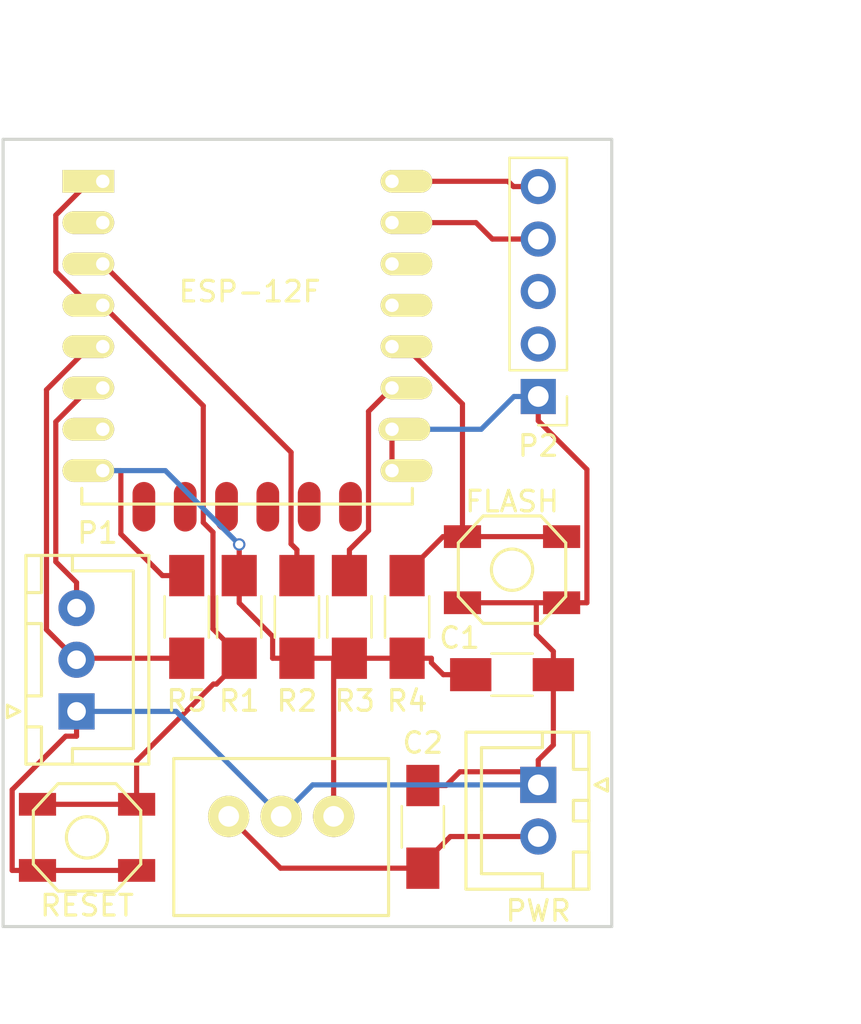
<source format=kicad_pcb>
(kicad_pcb (version 20171130) (host pcbnew "(5.1.12)-1")

  (general
    (thickness 1.6)
    (drawings 6)
    (tracks 111)
    (zones 0)
    (modules 14)
    (nets 12)
  )

  (page A4)
  (title_block
    (title "External DS18B20 temperature sensor")
    (date 2017-02-23)
    (rev 1.0)
    (company "Solderpad Hardware License version 0.51")
    (comment 1 "Contact: alanslists@gmail.com")
    (comment 2 "Author: Alan Lord")
  )

  (layers
    (0 F.Cu signal)
    (31 B.Cu signal)
    (32 B.Adhes user)
    (33 F.Adhes user)
    (34 B.Paste user)
    (35 F.Paste user)
    (36 B.SilkS user)
    (37 F.SilkS user)
    (38 B.Mask user)
    (39 F.Mask user)
    (40 Dwgs.User user)
    (41 Cmts.User user)
    (42 Eco1.User user)
    (43 Eco2.User user)
    (44 Edge.Cuts user)
    (45 Margin user)
    (46 B.CrtYd user)
    (47 F.CrtYd user)
    (48 B.Fab user)
    (49 F.Fab user)
  )

  (setup
    (last_trace_width 0.25)
    (trace_clearance 0.2)
    (zone_clearance 0.508)
    (zone_45_only no)
    (trace_min 0.2)
    (via_size 0.6)
    (via_drill 0.4)
    (via_min_size 0.4)
    (via_min_drill 0.3)
    (uvia_size 0.3)
    (uvia_drill 0.1)
    (uvias_allowed no)
    (uvia_min_size 0.2)
    (uvia_min_drill 0.1)
    (edge_width 0.15)
    (segment_width 0.2)
    (pcb_text_width 0.3)
    (pcb_text_size 1.5 1.5)
    (mod_edge_width 0.15)
    (mod_text_size 1 1)
    (mod_text_width 0.15)
    (pad_size 1.524 1.524)
    (pad_drill 0.762)
    (pad_to_mask_clearance 0.2)
    (aux_axis_origin 0 0)
    (visible_elements 7FFFFFFF)
    (pcbplotparams
      (layerselection 0x00030_80000001)
      (usegerberextensions false)
      (usegerberattributes true)
      (usegerberadvancedattributes true)
      (creategerberjobfile true)
      (excludeedgelayer true)
      (linewidth 0.100000)
      (plotframeref false)
      (viasonmask false)
      (mode 1)
      (useauxorigin false)
      (hpglpennumber 1)
      (hpglpenspeed 20)
      (hpglpendiameter 15.000000)
      (psnegative false)
      (psa4output false)
      (plotreference true)
      (plotvalue true)
      (plotinvisibletext false)
      (padsonsilk false)
      (subtractmaskfromsilk false)
      (outputformat 1)
      (mirror false)
      (drillshape 1)
      (scaleselection 1)
      (outputdirectory ""))
  )

  (net 0 "")
  (net 1 VCC)
  (net 2 GND)
  (net 3 "Net-(C2-Pad1)")
  (net 4 /RX)
  (net 5 /TX)
  (net 6 /RESET)
  (net 7 /CH_EN)
  (net 8 "Net-(R3-Pad2)")
  (net 9 /FLASH)
  (net 10 /DS18B20_DQ)
  (net 11 /DS18B20_PWR)

  (net_class Default "This is the default net class."
    (clearance 0.2)
    (trace_width 0.25)
    (via_dia 0.6)
    (via_drill 0.4)
    (uvia_dia 0.3)
    (uvia_drill 0.1)
    (add_net /CH_EN)
    (add_net /DS18B20_DQ)
    (add_net /DS18B20_PWR)
    (add_net /FLASH)
    (add_net /RESET)
    (add_net /RX)
    (add_net /TX)
    (add_net GND)
    (add_net "Net-(C2-Pad1)")
    (add_net "Net-(R3-Pad2)")
    (add_net VCC)
  )

  (module my-pcblib:OKI-78SR (layer F.Cu) (tedit 58AF1912) (tstamp 58B30898)
    (at 158.75 113.538)
    (path /58AC9C2F)
    (fp_text reference U2 (at 0 6.096) (layer F.SilkS) hide
      (effects (font (size 1.5 1.5) (thickness 0.15)))
    )
    (fp_text value OKI-78SR (at 0 -3.683 90) (layer F.SilkS) hide
      (effects (font (size 1.5 1.5) (thickness 0.15)))
    )
    (fp_line (start 5.2 -2.8) (end -5.2 -2.8) (layer F.SilkS) (width 0.15))
    (fp_line (start 5.2 4.8) (end 5.2 -2.8) (layer F.SilkS) (width 0.15))
    (fp_line (start -5.2 4.8) (end 5.2 4.8) (layer F.SilkS) (width 0.15))
    (fp_line (start -5.2 -2.8) (end -5.2 4.8) (layer F.SilkS) (width 0.15))
    (pad 1 thru_hole circle (at -2.54 0) (size 2 2) (drill 1) (layers *.Cu *.Mask F.SilkS)
      (net 3 "Net-(C2-Pad1)"))
    (pad 2 thru_hole circle (at 0 0) (size 2 2) (drill 1) (layers *.Cu *.Mask F.SilkS)
      (net 2 GND))
    (pad 3 thru_hole circle (at 2.54 0) (size 2 2) (drill 1) (layers *.Cu *.Mask F.SilkS)
      (net 1 VCC))
  )

  (module Capacitors_SMD:C_1206_HandSoldering (layer F.Cu) (tedit 58AF1D86) (tstamp 58B30833)
    (at 169.926 106.68)
    (descr "Capacitor SMD 1206, hand soldering")
    (tags "capacitor 1206")
    (path /58ACB5EE)
    (attr smd)
    (fp_text reference C1 (at -2.54 -1.778 180) (layer F.SilkS)
      (effects (font (size 1 1) (thickness 0.15)))
    )
    (fp_text value 10uF (at 0 2) (layer F.Fab) hide
      (effects (font (size 1 1) (thickness 0.15)))
    )
    (fp_line (start 3.25 1.05) (end -3.25 1.05) (layer F.CrtYd) (width 0.05))
    (fp_line (start 3.25 1.05) (end 3.25 -1.05) (layer F.CrtYd) (width 0.05))
    (fp_line (start -3.25 -1.05) (end -3.25 1.05) (layer F.CrtYd) (width 0.05))
    (fp_line (start -3.25 -1.05) (end 3.25 -1.05) (layer F.CrtYd) (width 0.05))
    (fp_line (start -1 1.02) (end 1 1.02) (layer F.SilkS) (width 0.12))
    (fp_line (start 1 -1.02) (end -1 -1.02) (layer F.SilkS) (width 0.12))
    (fp_line (start -1.6 -0.8) (end 1.6 -0.8) (layer F.Fab) (width 0.1))
    (fp_line (start 1.6 -0.8) (end 1.6 0.8) (layer F.Fab) (width 0.1))
    (fp_line (start 1.6 0.8) (end -1.6 0.8) (layer F.Fab) (width 0.1))
    (fp_line (start -1.6 0.8) (end -1.6 -0.8) (layer F.Fab) (width 0.1))
    (fp_text user %R (at 0 -1.75) (layer F.Fab) hide
      (effects (font (size 1 1) (thickness 0.15)))
    )
    (pad 1 smd rect (at -2 0) (size 2 1.6) (layers F.Cu F.Paste F.Mask)
      (net 1 VCC))
    (pad 2 smd rect (at 2 0) (size 2 1.6) (layers F.Cu F.Paste F.Mask)
      (net 2 GND))
    (model Capacitors_SMD.3dshapes/C_1206.wrl
      (at (xyz 0 0 0))
      (scale (xyz 1 1 1))
      (rotate (xyz 0 0 0))
    )
  )

  (module Capacitors_SMD:C_1206_HandSoldering (layer F.Cu) (tedit 58AF1907) (tstamp 58B30839)
    (at 165.608 114.046 90)
    (descr "Capacitor SMD 1206, hand soldering")
    (tags "capacitor 1206")
    (path /58ACB957)
    (attr smd)
    (fp_text reference C2 (at 4.064 0 180) (layer F.SilkS)
      (effects (font (size 1 1) (thickness 0.15)))
    )
    (fp_text value 10uF (at 0 2 90) (layer F.Fab) hide
      (effects (font (size 1 1) (thickness 0.15)))
    )
    (fp_line (start 3.25 1.05) (end -3.25 1.05) (layer F.CrtYd) (width 0.05))
    (fp_line (start 3.25 1.05) (end 3.25 -1.05) (layer F.CrtYd) (width 0.05))
    (fp_line (start -3.25 -1.05) (end -3.25 1.05) (layer F.CrtYd) (width 0.05))
    (fp_line (start -3.25 -1.05) (end 3.25 -1.05) (layer F.CrtYd) (width 0.05))
    (fp_line (start -1 1.02) (end 1 1.02) (layer F.SilkS) (width 0.12))
    (fp_line (start 1 -1.02) (end -1 -1.02) (layer F.SilkS) (width 0.12))
    (fp_line (start -1.6 -0.8) (end 1.6 -0.8) (layer F.Fab) (width 0.1))
    (fp_line (start 1.6 -0.8) (end 1.6 0.8) (layer F.Fab) (width 0.1))
    (fp_line (start 1.6 0.8) (end -1.6 0.8) (layer F.Fab) (width 0.1))
    (fp_line (start -1.6 0.8) (end -1.6 -0.8) (layer F.Fab) (width 0.1))
    (fp_text user %R (at 0 -1.75 90) (layer F.Fab) hide
      (effects (font (size 1 1) (thickness 0.15)))
    )
    (pad 1 smd rect (at -2 0 90) (size 2 1.6) (layers F.Cu F.Paste F.Mask)
      (net 3 "Net-(C2-Pad1)"))
    (pad 2 smd rect (at 2 0 90) (size 2 1.6) (layers F.Cu F.Paste F.Mask)
      (net 2 GND))
    (model Capacitors_SMD.3dshapes/C_1206.wrl
      (at (xyz 0 0 0))
      (scale (xyz 1 1 1))
      (rotate (xyz 0 0 0))
    )
  )

  (module Connectors_JST:JST_XH_B03B-XH-A_03x2.50mm_Straight (layer F.Cu) (tedit 58AF1D98) (tstamp 58B30840)
    (at 148.844 108.458 90)
    (descr "JST XH series connector, B03B-XH-A, top entry type, through hole")
    (tags "connector jst xh tht top vertical 2.50mm")
    (path /58ACBD2C)
    (fp_text reference P1 (at 8.636 1.016 180) (layer F.SilkS)
      (effects (font (size 1 1) (thickness 0.15)))
    )
    (fp_text value TEMP (at 2.5 4.5 90) (layer F.Fab) hide
      (effects (font (size 1 1) (thickness 0.15)))
    )
    (fp_line (start 0.3 -3.35) (end 0 -2.75) (layer F.SilkS) (width 0.15))
    (fp_line (start -0.3 -3.35) (end 0.3 -3.35) (layer F.SilkS) (width 0.15))
    (fp_line (start 0 -2.75) (end -0.3 -3.35) (layer F.SilkS) (width 0.15))
    (fp_line (start 6.8 2.75) (end 2.5 2.75) (layer F.SilkS) (width 0.15))
    (fp_line (start 6.8 -0.2) (end 6.8 2.75) (layer F.SilkS) (width 0.15))
    (fp_line (start 7.55 -0.2) (end 6.8 -0.2) (layer F.SilkS) (width 0.15))
    (fp_line (start -1.8 2.75) (end 2.5 2.75) (layer F.SilkS) (width 0.15))
    (fp_line (start -1.8 -0.2) (end -1.8 2.75) (layer F.SilkS) (width 0.15))
    (fp_line (start -2.55 -0.2) (end -1.8 -0.2) (layer F.SilkS) (width 0.15))
    (fp_line (start 7.55 -2.45) (end 5.75 -2.45) (layer F.SilkS) (width 0.15))
    (fp_line (start 7.55 -1.7) (end 7.55 -2.45) (layer F.SilkS) (width 0.15))
    (fp_line (start 5.75 -1.7) (end 7.55 -1.7) (layer F.SilkS) (width 0.15))
    (fp_line (start 5.75 -2.45) (end 5.75 -1.7) (layer F.SilkS) (width 0.15))
    (fp_line (start -0.75 -2.45) (end -2.55 -2.45) (layer F.SilkS) (width 0.15))
    (fp_line (start -0.75 -1.7) (end -0.75 -2.45) (layer F.SilkS) (width 0.15))
    (fp_line (start -2.55 -1.7) (end -0.75 -1.7) (layer F.SilkS) (width 0.15))
    (fp_line (start -2.55 -2.45) (end -2.55 -1.7) (layer F.SilkS) (width 0.15))
    (fp_line (start 4.25 -2.45) (end 0.75 -2.45) (layer F.SilkS) (width 0.15))
    (fp_line (start 4.25 -1.7) (end 4.25 -2.45) (layer F.SilkS) (width 0.15))
    (fp_line (start 0.75 -1.7) (end 4.25 -1.7) (layer F.SilkS) (width 0.15))
    (fp_line (start 0.75 -2.45) (end 0.75 -1.7) (layer F.SilkS) (width 0.15))
    (fp_line (start 7.55 -2.45) (end -2.55 -2.45) (layer F.SilkS) (width 0.15))
    (fp_line (start 7.55 3.5) (end 7.55 -2.45) (layer F.SilkS) (width 0.15))
    (fp_line (start -2.55 3.5) (end 7.55 3.5) (layer F.SilkS) (width 0.15))
    (fp_line (start -2.55 -2.45) (end -2.55 3.5) (layer F.SilkS) (width 0.15))
    (fp_line (start 7.95 -2.85) (end -2.95 -2.85) (layer F.CrtYd) (width 0.05))
    (fp_line (start 7.95 3.9) (end 7.95 -2.85) (layer F.CrtYd) (width 0.05))
    (fp_line (start -2.95 3.9) (end 7.95 3.9) (layer F.CrtYd) (width 0.05))
    (fp_line (start -2.95 -2.85) (end -2.95 3.9) (layer F.CrtYd) (width 0.05))
    (pad 1 thru_hole rect (at 0 0 90) (size 1.75 1.75) (drill 0.9) (layers *.Cu *.Mask)
      (net 2 GND))
    (pad 2 thru_hole circle (at 2.5 0 90) (size 1.75 1.75) (drill 0.9) (layers *.Cu *.Mask)
      (net 10 /DS18B20_DQ))
    (pad 3 thru_hole circle (at 5 0 90) (size 1.75 1.75) (drill 0.9) (layers *.Cu *.Mask)
      (net 11 /DS18B20_PWR))
    (model Connectors_JST.3dshapes/JST_XH_B03B-XH-A_03x2.50mm_Straight.wrl
      (at (xyz 0 0 0))
      (scale (xyz 1 1 1))
      (rotate (xyz 0 0 0))
    )
  )

  (module Pin_Headers:Pin_Header_Straight_1x05_Pitch2.54mm (layer F.Cu) (tedit 58AF181B) (tstamp 58B30849)
    (at 171.196 93.218 180)
    (descr "Through hole straight pin header, 1x05, 2.54mm pitch, single row")
    (tags "Through hole pin header THT 1x05 2.54mm single row")
    (path /58ACA0C9)
    (fp_text reference P2 (at 0 -2.39 180) (layer F.SilkS)
      (effects (font (size 1 1) (thickness 0.15)))
    )
    (fp_text value SERIAL (at 0 12.55 180) (layer F.Fab) hide
      (effects (font (size 1 1) (thickness 0.15)))
    )
    (fp_line (start 1.6 -1.6) (end -1.6 -1.6) (layer F.CrtYd) (width 0.05))
    (fp_line (start 1.6 11.7) (end 1.6 -1.6) (layer F.CrtYd) (width 0.05))
    (fp_line (start -1.6 11.7) (end 1.6 11.7) (layer F.CrtYd) (width 0.05))
    (fp_line (start -1.6 -1.6) (end -1.6 11.7) (layer F.CrtYd) (width 0.05))
    (fp_line (start -1.39 -1.39) (end 0 -1.39) (layer F.SilkS) (width 0.12))
    (fp_line (start -1.39 0) (end -1.39 -1.39) (layer F.SilkS) (width 0.12))
    (fp_line (start 1.39 1.27) (end -1.39 1.27) (layer F.SilkS) (width 0.12))
    (fp_line (start 1.39 11.55) (end 1.39 1.27) (layer F.SilkS) (width 0.12))
    (fp_line (start -1.39 11.55) (end 1.39 11.55) (layer F.SilkS) (width 0.12))
    (fp_line (start -1.39 1.27) (end -1.39 11.55) (layer F.SilkS) (width 0.12))
    (fp_line (start 1.27 -1.27) (end -1.27 -1.27) (layer F.Fab) (width 0.1))
    (fp_line (start 1.27 11.43) (end 1.27 -1.27) (layer F.Fab) (width 0.1))
    (fp_line (start -1.27 11.43) (end 1.27 11.43) (layer F.Fab) (width 0.1))
    (fp_line (start -1.27 -1.27) (end -1.27 11.43) (layer F.Fab) (width 0.1))
    (pad 1 thru_hole rect (at 0 0 180) (size 1.7 1.7) (drill 1) (layers *.Cu *.Mask)
      (net 2 GND))
    (pad 2 thru_hole oval (at 0 2.54 180) (size 1.7 1.7) (drill 1) (layers *.Cu *.Mask))
    (pad 3 thru_hole oval (at 0 5.08 180) (size 1.7 1.7) (drill 1) (layers *.Cu *.Mask))
    (pad 4 thru_hole oval (at 0 7.62 180) (size 1.7 1.7) (drill 1) (layers *.Cu *.Mask)
      (net 4 /RX))
    (pad 5 thru_hole oval (at 0 10.16 180) (size 1.7 1.7) (drill 1) (layers *.Cu *.Mask)
      (net 5 /TX))
    (model Pin_Headers.3dshapes/Pin_Header_Straight_1x05_Pitch2.54mm.wrl
      (offset (xyz 0 -5.079999923706055 0))
      (scale (xyz 1 1 1))
      (rotate (xyz 0 0 90))
    )
  )

  (module Connectors_JST:JST_XH_B02B-XH-A_02x2.50mm_Straight (layer F.Cu) (tedit 58AF1A23) (tstamp 58B3084F)
    (at 171.196 112.014 270)
    (descr "JST XH series connector, B02B-XH-A, top entry type, through hole")
    (tags "connector jst xh tht top vertical 2.50mm")
    (path /58AC9C54)
    (fp_text reference P3 (at 3 -3.5 270) (layer F.SilkS) hide
      (effects (font (size 1 1) (thickness 0.15)))
    )
    (fp_text value PWR (at 6.096 0) (layer F.SilkS)
      (effects (font (size 1 1) (thickness 0.15)))
    )
    (fp_line (start 0.3 -3.35) (end 0 -2.75) (layer F.SilkS) (width 0.15))
    (fp_line (start -0.3 -3.35) (end 0.3 -3.35) (layer F.SilkS) (width 0.15))
    (fp_line (start 0 -2.75) (end -0.3 -3.35) (layer F.SilkS) (width 0.15))
    (fp_line (start 4.3 2.75) (end 1.25 2.75) (layer F.SilkS) (width 0.15))
    (fp_line (start 4.3 -0.2) (end 4.3 2.75) (layer F.SilkS) (width 0.15))
    (fp_line (start 5.05 -0.2) (end 4.3 -0.2) (layer F.SilkS) (width 0.15))
    (fp_line (start -1.8 2.75) (end 1.25 2.75) (layer F.SilkS) (width 0.15))
    (fp_line (start -1.8 -0.2) (end -1.8 2.75) (layer F.SilkS) (width 0.15))
    (fp_line (start -2.55 -0.2) (end -1.8 -0.2) (layer F.SilkS) (width 0.15))
    (fp_line (start 5.05 -2.45) (end 3.25 -2.45) (layer F.SilkS) (width 0.15))
    (fp_line (start 5.05 -1.7) (end 5.05 -2.45) (layer F.SilkS) (width 0.15))
    (fp_line (start 3.25 -1.7) (end 5.05 -1.7) (layer F.SilkS) (width 0.15))
    (fp_line (start 3.25 -2.45) (end 3.25 -1.7) (layer F.SilkS) (width 0.15))
    (fp_line (start -0.75 -2.45) (end -2.55 -2.45) (layer F.SilkS) (width 0.15))
    (fp_line (start -0.75 -1.7) (end -0.75 -2.45) (layer F.SilkS) (width 0.15))
    (fp_line (start -2.55 -1.7) (end -0.75 -1.7) (layer F.SilkS) (width 0.15))
    (fp_line (start -2.55 -2.45) (end -2.55 -1.7) (layer F.SilkS) (width 0.15))
    (fp_line (start 1.75 -2.45) (end 0.75 -2.45) (layer F.SilkS) (width 0.15))
    (fp_line (start 1.75 -1.7) (end 1.75 -2.45) (layer F.SilkS) (width 0.15))
    (fp_line (start 0.75 -1.7) (end 1.75 -1.7) (layer F.SilkS) (width 0.15))
    (fp_line (start 0.75 -2.45) (end 0.75 -1.7) (layer F.SilkS) (width 0.15))
    (fp_line (start 5.05 -2.45) (end -2.55 -2.45) (layer F.SilkS) (width 0.15))
    (fp_line (start 5.05 3.5) (end 5.05 -2.45) (layer F.SilkS) (width 0.15))
    (fp_line (start -2.55 3.5) (end 5.05 3.5) (layer F.SilkS) (width 0.15))
    (fp_line (start -2.55 -2.45) (end -2.55 3.5) (layer F.SilkS) (width 0.15))
    (fp_line (start 5.45 -2.85) (end -2.95 -2.85) (layer F.CrtYd) (width 0.05))
    (fp_line (start 5.45 3.9) (end 5.45 -2.85) (layer F.CrtYd) (width 0.05))
    (fp_line (start -2.95 3.9) (end 5.45 3.9) (layer F.CrtYd) (width 0.05))
    (fp_line (start -2.95 -2.85) (end -2.95 3.9) (layer F.CrtYd) (width 0.05))
    (pad 1 thru_hole rect (at 0 0 270) (size 1.75 1.75) (drill 1) (layers *.Cu *.Mask)
      (net 2 GND))
    (pad 2 thru_hole circle (at 2.5 0 270) (size 1.75 1.75) (drill 1) (layers *.Cu *.Mask)
      (net 3 "Net-(C2-Pad1)"))
    (model Connectors_JST.3dshapes/JST_XH_B02B-XH-A_02x2.50mm_Straight.wrl
      (at (xyz 0 0 0))
      (scale (xyz 1 1 1))
      (rotate (xyz 0 0 0))
    )
  )

  (module Resistors_SMD:R_1206_HandSoldering (layer F.Cu) (tedit 58AF1967) (tstamp 58B30855)
    (at 156.718 103.886 270)
    (descr "Resistor SMD 1206, hand soldering")
    (tags "resistor 1206")
    (path /58ACB209)
    (attr smd)
    (fp_text reference R1 (at 4.064 0) (layer F.SilkS)
      (effects (font (size 1 1) (thickness 0.15)))
    )
    (fp_text value 4.7K (at 0 1.9 270) (layer F.Fab) hide
      (effects (font (size 1 1) (thickness 0.15)))
    )
    (fp_line (start 3.25 1.1) (end -3.25 1.1) (layer F.CrtYd) (width 0.05))
    (fp_line (start 3.25 1.1) (end 3.25 -1.11) (layer F.CrtYd) (width 0.05))
    (fp_line (start -3.25 -1.11) (end -3.25 1.1) (layer F.CrtYd) (width 0.05))
    (fp_line (start -3.25 -1.11) (end 3.25 -1.11) (layer F.CrtYd) (width 0.05))
    (fp_line (start -1 -1.07) (end 1 -1.07) (layer F.SilkS) (width 0.12))
    (fp_line (start 1 1.07) (end -1 1.07) (layer F.SilkS) (width 0.12))
    (fp_line (start -1.6 -0.8) (end 1.6 -0.8) (layer F.Fab) (width 0.1))
    (fp_line (start 1.6 -0.8) (end 1.6 0.8) (layer F.Fab) (width 0.1))
    (fp_line (start 1.6 0.8) (end -1.6 0.8) (layer F.Fab) (width 0.1))
    (fp_line (start -1.6 0.8) (end -1.6 -0.8) (layer F.Fab) (width 0.1))
    (fp_text user %R (at 0 -1.85 270) (layer F.Fab) hide
      (effects (font (size 1 1) (thickness 0.15)))
    )
    (pad 1 smd rect (at -2 0 270) (size 2 1.7) (layers F.Cu F.Paste F.Mask)
      (net 1 VCC))
    (pad 2 smd rect (at 2 0 270) (size 2 1.7) (layers F.Cu F.Paste F.Mask)
      (net 6 /RESET))
    (model Resistors_SMD.3dshapes/R_1206.wrl
      (at (xyz 0 0 0))
      (scale (xyz 1 1 1))
      (rotate (xyz 0 0 0))
    )
  )

  (module Resistors_SMD:R_1206_HandSoldering (layer F.Cu) (tedit 58AF1989) (tstamp 58B3085B)
    (at 159.512 103.886 90)
    (descr "Resistor SMD 1206, hand soldering")
    (tags "resistor 1206")
    (path /58ACA33B)
    (attr smd)
    (fp_text reference R2 (at -4.064 0 180) (layer F.SilkS)
      (effects (font (size 1 1) (thickness 0.15)))
    )
    (fp_text value 4.7K (at 0 1.9 90) (layer F.Fab) hide
      (effects (font (size 1 1) (thickness 0.15)))
    )
    (fp_line (start 3.25 1.1) (end -3.25 1.1) (layer F.CrtYd) (width 0.05))
    (fp_line (start 3.25 1.1) (end 3.25 -1.11) (layer F.CrtYd) (width 0.05))
    (fp_line (start -3.25 -1.11) (end -3.25 1.1) (layer F.CrtYd) (width 0.05))
    (fp_line (start -3.25 -1.11) (end 3.25 -1.11) (layer F.CrtYd) (width 0.05))
    (fp_line (start -1 -1.07) (end 1 -1.07) (layer F.SilkS) (width 0.12))
    (fp_line (start 1 1.07) (end -1 1.07) (layer F.SilkS) (width 0.12))
    (fp_line (start -1.6 -0.8) (end 1.6 -0.8) (layer F.Fab) (width 0.1))
    (fp_line (start 1.6 -0.8) (end 1.6 0.8) (layer F.Fab) (width 0.1))
    (fp_line (start 1.6 0.8) (end -1.6 0.8) (layer F.Fab) (width 0.1))
    (fp_line (start -1.6 0.8) (end -1.6 -0.8) (layer F.Fab) (width 0.1))
    (fp_text user %R (at 0 -1.85 90) (layer F.Fab) hide
      (effects (font (size 1 1) (thickness 0.15)))
    )
    (pad 1 smd rect (at -2 0 90) (size 2 1.7) (layers F.Cu F.Paste F.Mask)
      (net 1 VCC))
    (pad 2 smd rect (at 2 0 90) (size 2 1.7) (layers F.Cu F.Paste F.Mask)
      (net 7 /CH_EN))
    (model Resistors_SMD.3dshapes/R_1206.wrl
      (at (xyz 0 0 0))
      (scale (xyz 1 1 1))
      (rotate (xyz 0 0 0))
    )
  )

  (module Resistors_SMD:R_1206_HandSoldering (layer F.Cu) (tedit 58AF1931) (tstamp 58B30861)
    (at 162.052 103.886 90)
    (descr "Resistor SMD 1206, hand soldering")
    (tags "resistor 1206")
    (path /58ACA59E)
    (attr smd)
    (fp_text reference R3 (at -4.064 0.254 180) (layer F.SilkS)
      (effects (font (size 1 1) (thickness 0.15)))
    )
    (fp_text value 4.7K (at 0 1.9 90) (layer F.Fab) hide
      (effects (font (size 1 1) (thickness 0.15)))
    )
    (fp_line (start 3.25 1.1) (end -3.25 1.1) (layer F.CrtYd) (width 0.05))
    (fp_line (start 3.25 1.1) (end 3.25 -1.11) (layer F.CrtYd) (width 0.05))
    (fp_line (start -3.25 -1.11) (end -3.25 1.1) (layer F.CrtYd) (width 0.05))
    (fp_line (start -3.25 -1.11) (end 3.25 -1.11) (layer F.CrtYd) (width 0.05))
    (fp_line (start -1 -1.07) (end 1 -1.07) (layer F.SilkS) (width 0.12))
    (fp_line (start 1 1.07) (end -1 1.07) (layer F.SilkS) (width 0.12))
    (fp_line (start -1.6 -0.8) (end 1.6 -0.8) (layer F.Fab) (width 0.1))
    (fp_line (start 1.6 -0.8) (end 1.6 0.8) (layer F.Fab) (width 0.1))
    (fp_line (start 1.6 0.8) (end -1.6 0.8) (layer F.Fab) (width 0.1))
    (fp_line (start -1.6 0.8) (end -1.6 -0.8) (layer F.Fab) (width 0.1))
    (fp_text user %R (at 0 -1.85 90) (layer F.Fab) hide
      (effects (font (size 1 1) (thickness 0.15)))
    )
    (pad 1 smd rect (at -2 0 90) (size 2 1.7) (layers F.Cu F.Paste F.Mask)
      (net 1 VCC))
    (pad 2 smd rect (at 2 0 90) (size 2 1.7) (layers F.Cu F.Paste F.Mask)
      (net 8 "Net-(R3-Pad2)"))
    (model Resistors_SMD.3dshapes/R_1206.wrl
      (at (xyz 0 0 0))
      (scale (xyz 1 1 1))
      (rotate (xyz 0 0 0))
    )
  )

  (module Resistors_SMD:R_1206_HandSoldering (layer F.Cu) (tedit 58AF1D6F) (tstamp 58B30867)
    (at 164.846 103.886 90)
    (descr "Resistor SMD 1206, hand soldering")
    (tags "resistor 1206")
    (path /58ACACAA)
    (attr smd)
    (fp_text reference R4 (at -4.064 0 180) (layer F.SilkS)
      (effects (font (size 1 1) (thickness 0.15)))
    )
    (fp_text value 4.7K (at 0 1.9 90) (layer F.Fab) hide
      (effects (font (size 1 1) (thickness 0.15)))
    )
    (fp_line (start 3.25 1.1) (end -3.25 1.1) (layer F.CrtYd) (width 0.05))
    (fp_line (start 3.25 1.1) (end 3.25 -1.11) (layer F.CrtYd) (width 0.05))
    (fp_line (start -3.25 -1.11) (end -3.25 1.1) (layer F.CrtYd) (width 0.05))
    (fp_line (start -3.25 -1.11) (end 3.25 -1.11) (layer F.CrtYd) (width 0.05))
    (fp_line (start -1 -1.07) (end 1 -1.07) (layer F.SilkS) (width 0.12))
    (fp_line (start 1 1.07) (end -1 1.07) (layer F.SilkS) (width 0.12))
    (fp_line (start -1.6 -0.8) (end 1.6 -0.8) (layer F.Fab) (width 0.1))
    (fp_line (start 1.6 -0.8) (end 1.6 0.8) (layer F.Fab) (width 0.1))
    (fp_line (start 1.6 0.8) (end -1.6 0.8) (layer F.Fab) (width 0.1))
    (fp_line (start -1.6 0.8) (end -1.6 -0.8) (layer F.Fab) (width 0.1))
    (fp_text user %R (at 0 -1.85 90) (layer F.Fab) hide
      (effects (font (size 1 1) (thickness 0.15)))
    )
    (pad 1 smd rect (at -2 0 90) (size 2 1.7) (layers F.Cu F.Paste F.Mask)
      (net 1 VCC))
    (pad 2 smd rect (at 2 0 90) (size 2 1.7) (layers F.Cu F.Paste F.Mask)
      (net 9 /FLASH))
    (model Resistors_SMD.3dshapes/R_1206.wrl
      (at (xyz 0 0 0))
      (scale (xyz 1 1 1))
      (rotate (xyz 0 0 0))
    )
  )

  (module switches:SKQGAFE010_Switch (layer F.Cu) (tedit 58AF1A2B) (tstamp 58B3086F)
    (at 149.352 114.554)
    (descr "SKQGAFE010 SMD Mount Tactile Switch")
    (path /58ACB203)
    (attr smd)
    (fp_text reference SW1 (at 0 3.81) (layer F.SilkS) hide
      (effects (font (size 1 1) (thickness 0.15)))
    )
    (fp_text value RESET (at 0 3.302) (layer F.SilkS)
      (effects (font (size 1 1) (thickness 0.15)))
    )
    (fp_circle (center 0 0) (end 1 0) (layer F.SilkS) (width 0.15))
    (fp_line (start 1.4 2.6) (end -1.4 2.6) (layer F.SilkS) (width 0.15))
    (fp_line (start 1.4 -2.6) (end -1.4 -2.6) (layer F.SilkS) (width 0.15))
    (fp_line (start 2.6 1.3) (end 2.6 -1.3) (layer F.SilkS) (width 0.15))
    (fp_line (start -2.6 1.3) (end -2.6 -1.3) (layer F.SilkS) (width 0.15))
    (fp_line (start -1.4 -2.6) (end -2.6 -1.3) (layer F.SilkS) (width 0.15))
    (fp_line (start 2.6 1.3) (end 1.4 2.6) (layer F.SilkS) (width 0.15))
    (fp_line (start 1.4 -2.6) (end 2.6 -1.3) (layer F.SilkS) (width 0.15))
    (fp_line (start -2.6 1.3) (end -1.4 2.6) (layer F.SilkS) (width 0.15))
    (pad 3 smd rect (at -2.4 1.6) (size 1.8 1.1) (layers F.Cu F.Paste F.Mask)
      (net 2 GND))
    (pad 1 smd rect (at -2.4 -1.6) (size 1.8 1.1) (layers F.Cu F.Paste F.Mask)
      (net 6 /RESET))
    (pad 2 smd rect (at 2.4 -1.6) (size 1.8 1.1) (layers F.Cu F.Paste F.Mask)
      (net 6 /RESET))
    (pad 4 smd rect (at 2.4 1.6) (size 1.8 1.1) (layers F.Cu F.Paste F.Mask)
      (net 2 GND))
  )

  (module switches:SKQGAFE010_Switch (layer F.Cu) (tedit 58AF1A51) (tstamp 58B30877)
    (at 169.926 101.6)
    (descr "SKQGAFE010 SMD Mount Tactile Switch")
    (path /58ACAB32)
    (attr smd)
    (fp_text reference SW2 (at 0 3.81) (layer F.SilkS) hide
      (effects (font (size 1 1) (thickness 0.15)))
    )
    (fp_text value FLASH (at 0 -3.302) (layer F.SilkS)
      (effects (font (size 1 1) (thickness 0.15)))
    )
    (fp_circle (center 0 0) (end 1 0) (layer F.SilkS) (width 0.15))
    (fp_line (start 1.4 2.6) (end -1.4 2.6) (layer F.SilkS) (width 0.15))
    (fp_line (start 1.4 -2.6) (end -1.4 -2.6) (layer F.SilkS) (width 0.15))
    (fp_line (start 2.6 1.3) (end 2.6 -1.3) (layer F.SilkS) (width 0.15))
    (fp_line (start -2.6 1.3) (end -2.6 -1.3) (layer F.SilkS) (width 0.15))
    (fp_line (start -1.4 -2.6) (end -2.6 -1.3) (layer F.SilkS) (width 0.15))
    (fp_line (start 2.6 1.3) (end 1.4 2.6) (layer F.SilkS) (width 0.15))
    (fp_line (start 1.4 -2.6) (end 2.6 -1.3) (layer F.SilkS) (width 0.15))
    (fp_line (start -2.6 1.3) (end -1.4 2.6) (layer F.SilkS) (width 0.15))
    (pad 3 smd rect (at -2.4 1.6) (size 1.8 1.1) (layers F.Cu F.Paste F.Mask)
      (net 2 GND))
    (pad 1 smd rect (at -2.4 -1.6) (size 1.8 1.1) (layers F.Cu F.Paste F.Mask)
      (net 9 /FLASH))
    (pad 2 smd rect (at 2.4 -1.6) (size 1.8 1.1) (layers F.Cu F.Paste F.Mask)
      (net 9 /FLASH))
    (pad 4 smd rect (at 2.4 1.6) (size 1.8 1.1) (layers F.Cu F.Paste F.Mask)
      (net 2 GND))
  )

  (module ESP8266:ESP-12E (layer F.Cu) (tedit 58AF1832) (tstamp 58B30891)
    (at 150.114 82.804)
    (descr "Module, ESP-8266, ESP-12, 16 pad, SMD")
    (tags "Module ESP-8266 ESP8266")
    (path /58AC9E97)
    (fp_text reference U1 (at -2 -2) (layer F.SilkS) hide
      (effects (font (size 1 1) (thickness 0.15)))
    )
    (fp_text value ESP-12F (at 7.112 5.334) (layer F.SilkS)
      (effects (font (size 1 1) (thickness 0.15)))
    )
    (fp_line (start -1.008 -8.4) (end 14.992 -8.4) (layer F.Fab) (width 0.05))
    (fp_line (start -1.008 15.6) (end -1.008 -8.4) (layer F.Fab) (width 0.05))
    (fp_line (start 14.992 15.6) (end -1.008 15.6) (layer F.Fab) (width 0.05))
    (fp_line (start 15 -8.4) (end 15 15.6) (layer F.Fab) (width 0.05))
    (fp_line (start -1.008 -2.6) (end 14.992 -2.6) (layer F.CrtYd) (width 0.1524))
    (fp_line (start -1.008 -8.4) (end 14.992 -2.6) (layer F.CrtYd) (width 0.1524))
    (fp_line (start 14.992 -8.4) (end -1.008 -2.6) (layer F.CrtYd) (width 0.1524))
    (fp_line (start 14.986 15.621) (end 14.986 14.859) (layer F.SilkS) (width 0.1524))
    (fp_line (start -1.016 15.621) (end 14.986 15.621) (layer F.SilkS) (width 0.1524))
    (fp_line (start -1.016 14.859) (end -1.016 15.621) (layer F.SilkS) (width 0.1524))
    (fp_line (start -1.016 -8.382) (end -1.016 -1.016) (layer F.CrtYd) (width 0.1524))
    (fp_line (start 14.986 -8.382) (end 14.986 -0.889) (layer F.CrtYd) (width 0.1524))
    (fp_line (start -1.016 -8.382) (end 14.986 -8.382) (layer F.CrtYd) (width 0.1524))
    (fp_line (start -2.25 16) (end -2.25 -0.5) (layer F.CrtYd) (width 0.05))
    (fp_line (start 16.25 16) (end -2.25 16) (layer F.CrtYd) (width 0.05))
    (fp_line (start 16.25 -8.75) (end 16.25 16) (layer F.CrtYd) (width 0.05))
    (fp_line (start 15.25 -8.75) (end 16.25 -8.75) (layer F.CrtYd) (width 0.05))
    (fp_line (start -2.25 -8.75) (end 15.25 -8.75) (layer F.CrtYd) (width 0.05))
    (fp_line (start -2.25 -0.5) (end -2.25 -8.75) (layer F.CrtYd) (width 0.05))
    (fp_text user "No Copper" (at 6.892 -5.4) (layer F.CrtYd)
      (effects (font (size 1 1) (thickness 0.15)))
    )
    (pad 1 thru_hole rect (at 0 0) (size 2.5 1.1) (drill 0.65 (offset -0.7 0)) (layers *.Cu *.Mask F.SilkS)
      (net 6 /RESET))
    (pad 2 thru_hole oval (at 0 2) (size 2.5 1.1) (drill 0.65 (offset -0.7 0)) (layers *.Cu *.Mask F.SilkS))
    (pad 3 thru_hole oval (at 0 4) (size 2.5 1.1) (drill 0.65 (offset -0.7 0)) (layers *.Cu *.Mask F.SilkS)
      (net 7 /CH_EN))
    (pad 4 thru_hole oval (at 0 6) (size 2.5 1.1) (drill 0.65 (offset -0.7 0)) (layers *.Cu *.Mask F.SilkS)
      (net 6 /RESET))
    (pad 5 thru_hole oval (at 0 8) (size 2.5 1.1) (drill 0.65 (offset -0.7 0)) (layers *.Cu *.Mask F.SilkS)
      (net 10 /DS18B20_DQ))
    (pad 6 thru_hole oval (at 0 10) (size 2.5 1.1) (drill 0.65 (offset -0.7 0)) (layers *.Cu *.Mask F.SilkS)
      (net 11 /DS18B20_PWR))
    (pad 7 thru_hole oval (at 0 12) (size 2.5 1.1) (drill 0.65 (offset -0.7 0)) (layers *.Cu *.Mask F.SilkS))
    (pad 8 thru_hole oval (at 0 14) (size 2.5 1.1) (drill 0.65 (offset -0.7 0)) (layers *.Cu *.Mask F.SilkS)
      (net 1 VCC))
    (pad 9 smd oval (at 1.99 15.75 90) (size 2.4 1.1) (layers F.Cu F.Paste F.Mask))
    (pad 10 smd oval (at 3.99 15.75 90) (size 2.4 1.1) (layers F.Cu F.Paste F.Mask))
    (pad 11 smd oval (at 5.99 15.75 90) (size 2.4 1.1) (layers F.Cu F.Paste F.Mask))
    (pad 12 smd oval (at 7.99 15.75 90) (size 2.4 1.1) (layers F.Cu F.Paste F.Mask))
    (pad 13 smd oval (at 9.99 15.75 90) (size 2.4 1.1) (layers F.Cu F.Paste F.Mask))
    (pad 14 smd oval (at 11.99 15.75 90) (size 2.4 1.1) (layers F.Cu F.Paste F.Mask))
    (pad 15 thru_hole oval (at 14 14) (size 2.5 1.1) (drill 0.65 (offset 0.7 0)) (layers *.Cu *.Mask F.SilkS)
      (net 2 GND))
    (pad 16 thru_hole oval (at 14 12) (size 2.5 1.1) (drill 0.65 (offset 0.6 0)) (layers *.Cu *.Mask F.SilkS)
      (net 2 GND))
    (pad 17 thru_hole oval (at 14 10) (size 2.5 1.1) (drill 0.65 (offset 0.7 0)) (layers *.Cu *.Mask F.SilkS)
      (net 8 "Net-(R3-Pad2)"))
    (pad 18 thru_hole oval (at 14 8) (size 2.5 1.1) (drill 0.65 (offset 0.7 0)) (layers *.Cu *.Mask F.SilkS)
      (net 9 /FLASH))
    (pad 19 thru_hole oval (at 14 6) (size 2.5 1.1) (drill 0.65 (offset 0.7 0)) (layers *.Cu *.Mask F.SilkS))
    (pad 20 thru_hole oval (at 14 4) (size 2.5 1.1) (drill 0.65 (offset 0.7 0)) (layers *.Cu *.Mask F.SilkS))
    (pad 21 thru_hole oval (at 14 2) (size 2.5 1.1) (drill 0.65 (offset 0.7 0)) (layers *.Cu *.Mask F.SilkS)
      (net 4 /RX))
    (pad 22 thru_hole oval (at 14 0) (size 2.5 1.1) (drill 0.65 (offset 0.7 0)) (layers *.Cu *.Mask F.SilkS)
      (net 5 /TX))
    (model ${ESPLIB}/ESP8266.3dshapes/ESP-12.wrl
      (offset (xyz 1.015999984741211 0 0))
      (scale (xyz 0.3937 0.3937 0.3937))
      (rotate (xyz 0 0 0))
    )
  )

  (module Resistors_SMD:R_1206_HandSoldering (layer F.Cu) (tedit 58AF4E70) (tstamp 58AF4D94)
    (at 154.178 103.886 270)
    (descr "Resistor SMD 1206, hand soldering")
    (tags "resistor 1206")
    (path /58AF4E60)
    (attr smd)
    (fp_text reference R5 (at 4.064 0) (layer F.SilkS)
      (effects (font (size 1 1) (thickness 0.15)))
    )
    (fp_text value 4.7K (at 0 1.9 270) (layer F.Fab) hide
      (effects (font (size 1 1) (thickness 0.15)))
    )
    (fp_line (start 3.25 1.1) (end -3.25 1.1) (layer F.CrtYd) (width 0.05))
    (fp_line (start 3.25 1.1) (end 3.25 -1.11) (layer F.CrtYd) (width 0.05))
    (fp_line (start -3.25 -1.11) (end -3.25 1.1) (layer F.CrtYd) (width 0.05))
    (fp_line (start -3.25 -1.11) (end 3.25 -1.11) (layer F.CrtYd) (width 0.05))
    (fp_line (start -1 -1.07) (end 1 -1.07) (layer F.SilkS) (width 0.12))
    (fp_line (start 1 1.07) (end -1 1.07) (layer F.SilkS) (width 0.12))
    (fp_line (start -1.6 -0.8) (end 1.6 -0.8) (layer F.Fab) (width 0.1))
    (fp_line (start 1.6 -0.8) (end 1.6 0.8) (layer F.Fab) (width 0.1))
    (fp_line (start 1.6 0.8) (end -1.6 0.8) (layer F.Fab) (width 0.1))
    (fp_line (start -1.6 0.8) (end -1.6 -0.8) (layer F.Fab) (width 0.1))
    (fp_text user %R (at 0 -1.85 270) (layer F.Fab) hide
      (effects (font (size 1 1) (thickness 0.15)))
    )
    (pad 1 smd rect (at -2 0 270) (size 2 1.7) (layers F.Cu F.Paste F.Mask)
      (net 1 VCC))
    (pad 2 smd rect (at 2 0 270) (size 2 1.7) (layers F.Cu F.Paste F.Mask)
      (net 10 /DS18B20_DQ))
    (model Resistors_SMD.3dshapes/R_1206.wrl
      (at (xyz 0 0 0))
      (scale (xyz 1 1 1))
      (rotate (xyz 0 0 0))
    )
  )

  (dimension 29.464 (width 0.3) (layer Dwgs.User)
    (gr_text "29.464 mm" (at 160.02 120.824) (layer Dwgs.User)
      (effects (font (size 1.5 1.5) (thickness 0.3)))
    )
    (feature1 (pts (xy 145.288 123.444) (xy 145.288 119.474)))
    (feature2 (pts (xy 174.752 123.444) (xy 174.752 119.474)))
    (crossbar (pts (xy 174.752 122.174) (xy 145.288 122.174)))
    (arrow1a (pts (xy 145.288 122.174) (xy 146.414504 121.587579)))
    (arrow1b (pts (xy 145.288 122.174) (xy 146.414504 122.760421)))
    (arrow2a (pts (xy 174.752 122.174) (xy 173.625496 121.587579)))
    (arrow2b (pts (xy 174.752 122.174) (xy 173.625496 122.760421)))
  )
  (dimension 37.846 (width 0.3) (layer Dwgs.User)
    (gr_text "37.846 mm" (at 178.99 99.949 270) (layer Dwgs.User)
      (effects (font (size 1.5 1.5) (thickness 0.3)))
    )
    (feature1 (pts (xy 186.69 118.872) (xy 177.64 118.872)))
    (feature2 (pts (xy 186.69 81.026) (xy 177.64 81.026)))
    (crossbar (pts (xy 180.34 81.026) (xy 180.34 118.872)))
    (arrow1a (pts (xy 180.34 118.872) (xy 179.753579 117.745496)))
    (arrow1b (pts (xy 180.34 118.872) (xy 180.926421 117.745496)))
    (arrow2a (pts (xy 180.34 81.026) (xy 179.753579 82.152504)))
    (arrow2b (pts (xy 180.34 81.026) (xy 180.926421 82.152504)))
  )
  (gr_line (start 174.752 80.772) (end 145.288 80.772) (angle 90) (layer Edge.Cuts) (width 0.15))
  (gr_line (start 174.752 118.872) (end 145.288 118.872) (angle 90) (layer Edge.Cuts) (width 0.15))
  (gr_line (start 174.752 80.772) (end 174.752 118.872) (angle 90) (layer Edge.Cuts) (width 0.15))
  (gr_line (start 145.288 118.872) (end 145.288 80.772) (angle 90) (layer Edge.Cuts) (width 0.15))

  (segment (start 161.29 105.886) (end 159.512 105.886) (width 0.25) (layer F.Cu) (net 1))
  (segment (start 162.052 105.886) (end 161.29 105.886) (width 0.25) (layer F.Cu) (net 1))
  (segment (start 161.29 105.886) (end 161.29 113.538) (width 0.25) (layer F.Cu) (net 1))
  (segment (start 159.512 105.886) (end 158.3369 105.886) (width 0.25) (layer F.Cu) (net 1))
  (segment (start 156.718 101.886) (end 156.718 103.2111) (width 0.25) (layer F.Cu) (net 1))
  (segment (start 156.718 103.2111) (end 158.3369 104.83) (width 0.25) (layer F.Cu) (net 1))
  (segment (start 158.3369 104.83) (end 158.3369 105.886) (width 0.25) (layer F.Cu) (net 1))
  (segment (start 156.718 101.2234) (end 156.718 101.886) (width 0.25) (layer F.Cu) (net 1))
  (segment (start 156.718 101.2234) (end 156.718 100.5609) (width 0.25) (layer F.Cu) (net 1))
  (segment (start 164.846 105.886) (end 166.0211 105.886) (width 0.25) (layer F.Cu) (net 1))
  (segment (start 167.926 106.68) (end 166.6009 106.68) (width 0.25) (layer F.Cu) (net 1))
  (segment (start 166.0211 105.886) (end 166.0211 106.1002) (width 0.25) (layer F.Cu) (net 1))
  (segment (start 166.0211 106.1002) (end 166.6009 106.68) (width 0.25) (layer F.Cu) (net 1))
  (segment (start 162.052 105.886) (end 164.846 105.886) (width 0.25) (layer F.Cu) (net 1))
  (segment (start 156.718 100.5609) (end 156.718 100.3802) (width 0.25) (layer F.Cu) (net 1))
  (segment (start 150.114 96.804) (end 153.1418 96.804) (width 0.25) (layer B.Cu) (net 1))
  (segment (start 153.1418 96.804) (end 156.718 100.3802) (width 0.25) (layer B.Cu) (net 1))
  (segment (start 154.178 101.886) (end 153.0029 101.886) (width 0.25) (layer F.Cu) (net 1))
  (segment (start 150.114 96.804) (end 150.9891 96.804) (width 0.25) (layer F.Cu) (net 1))
  (segment (start 150.9891 96.804) (end 150.9891 99.8722) (width 0.25) (layer F.Cu) (net 1))
  (segment (start 150.9891 99.8722) (end 153.0029 101.886) (width 0.25) (layer F.Cu) (net 1))
  (via (at 156.718 100.3802) (size 0.6) (layers F.Cu B.Cu) (net 1))
  (segment (start 171.196 112.014) (end 160.274 112.014) (width 0.25) (layer B.Cu) (net 2))
  (segment (start 160.274 112.014) (end 158.75 113.538) (width 0.25) (layer B.Cu) (net 2))
  (segment (start 165.608 112.046) (end 166.7331 112.046) (width 0.25) (layer F.Cu) (net 2))
  (segment (start 171.196 111.3792) (end 171.196 110.8139) (width 0.25) (layer F.Cu) (net 2))
  (segment (start 171.196 112.014) (end 171.196 111.3792) (width 0.25) (layer F.Cu) (net 2))
  (segment (start 166.7331 112.046) (end 167.3999 111.3792) (width 0.25) (layer F.Cu) (net 2))
  (segment (start 167.3999 111.3792) (end 171.196 111.3792) (width 0.25) (layer F.Cu) (net 2))
  (segment (start 148.844 108.458) (end 153.67 108.458) (width 0.25) (layer B.Cu) (net 2))
  (segment (start 153.67 108.458) (end 158.75 113.538) (width 0.25) (layer B.Cu) (net 2))
  (segment (start 172.326 103.2) (end 173.5511 103.2) (width 0.25) (layer F.Cu) (net 2))
  (segment (start 171.196 93.218) (end 171.196 94.3931) (width 0.25) (layer F.Cu) (net 2))
  (segment (start 171.196 94.3931) (end 173.5511 96.7482) (width 0.25) (layer F.Cu) (net 2))
  (segment (start 173.5511 96.7482) (end 173.5511 103.2) (width 0.25) (layer F.Cu) (net 2))
  (segment (start 171.196 110.8139) (end 171.926 110.0839) (width 0.25) (layer F.Cu) (net 2))
  (segment (start 171.926 110.0839) (end 171.926 106.68) (width 0.25) (layer F.Cu) (net 2))
  (segment (start 146.952 116.154) (end 145.7269 116.154) (width 0.25) (layer F.Cu) (net 2))
  (segment (start 145.7269 116.154) (end 145.7269 112.2502) (width 0.25) (layer F.Cu) (net 2))
  (segment (start 145.7269 112.2502) (end 148.319 109.6581) (width 0.25) (layer F.Cu) (net 2))
  (segment (start 148.319 109.6581) (end 148.844 109.6581) (width 0.25) (layer F.Cu) (net 2))
  (segment (start 151.752 116.154) (end 146.952 116.154) (width 0.25) (layer F.Cu) (net 2))
  (segment (start 148.844 108.458) (end 148.844 109.6581) (width 0.25) (layer F.Cu) (net 2))
  (segment (start 167.526 103.2) (end 171.1009 103.2) (width 0.25) (layer F.Cu) (net 2))
  (segment (start 171.926 106.68) (end 171.926 105.5549) (width 0.25) (layer F.Cu) (net 2))
  (segment (start 172.326 103.2) (end 171.1009 103.2) (width 0.25) (layer F.Cu) (net 2))
  (segment (start 171.1009 103.2) (end 171.1009 104.7298) (width 0.25) (layer F.Cu) (net 2))
  (segment (start 171.1009 104.7298) (end 171.926 105.5549) (width 0.25) (layer F.Cu) (net 2))
  (segment (start 171.196 93.218) (end 170.0209 93.218) (width 0.25) (layer B.Cu) (net 2))
  (segment (start 164.114 94.804) (end 168.4349 94.804) (width 0.25) (layer B.Cu) (net 2))
  (segment (start 168.4349 94.804) (end 170.0209 93.218) (width 0.25) (layer B.Cu) (net 2))
  (segment (start 164.114 94.804) (end 164.114 96.804) (width 0.25) (layer F.Cu) (net 2))
  (segment (start 170.938 114.01) (end 171.196 114.268) (width 0.25) (layer F.Cu) (net 3))
  (segment (start 171.196 114.268) (end 171.196 114.514) (width 0.25) (layer F.Cu) (net 3))
  (segment (start 170.938 114.01) (end 171.196 113.752) (width 0.25) (layer F.Cu) (net 3))
  (segment (start 170.68 114.268) (end 170.938 114.01) (width 0.25) (layer F.Cu) (net 3))
  (segment (start 171.196 114.514) (end 166.94 114.514) (width 0.25) (layer F.Cu) (net 3))
  (segment (start 166.94 114.514) (end 165.608 115.846) (width 0.25) (layer F.Cu) (net 3))
  (segment (start 165.608 115.846) (end 165.608 116.046) (width 0.25) (layer F.Cu) (net 3))
  (segment (start 165.608 116.046) (end 158.718 116.046) (width 0.25) (layer F.Cu) (net 3))
  (segment (start 158.718 116.046) (end 156.21 113.538) (width 0.25) (layer F.Cu) (net 3))
  (segment (start 164.114 84.804) (end 168.18 84.804) (width 0.25) (layer F.Cu) (net 4))
  (segment (start 168.18 84.804) (end 168.974 85.598) (width 0.25) (layer F.Cu) (net 4))
  (segment (start 168.974 85.598) (end 171.196 85.598) (width 0.25) (layer F.Cu) (net 4))
  (segment (start 171.196 83.058) (end 169.994 83.058) (width 0.25) (layer F.Cu) (net 5))
  (segment (start 169.994 83.058) (end 169.74 82.804) (width 0.25) (layer F.Cu) (net 5))
  (segment (start 169.74 82.804) (end 164.114 82.804) (width 0.25) (layer F.Cu) (net 5))
  (segment (start 150.114 82.804) (end 149.477 82.804) (width 0.25) (layer F.Cu) (net 6))
  (segment (start 149.477 82.804) (end 147.839 84.4416) (width 0.25) (layer F.Cu) (net 6))
  (segment (start 147.839 84.4416) (end 147.839 87.1664) (width 0.25) (layer F.Cu) (net 6))
  (segment (start 147.839 87.1664) (end 149.477 88.804) (width 0.25) (layer F.Cu) (net 6))
  (segment (start 149.477 88.804) (end 150.114 88.804) (width 0.25) (layer F.Cu) (net 6))
  (segment (start 152.102 112.954) (end 151.752 112.954) (width 0.25) (layer F.Cu) (net 6))
  (segment (start 146.952 112.954) (end 151.752 112.954) (width 0.25) (layer F.Cu) (net 6))
  (segment (start 151.752 112.954) (end 151.752 110.852) (width 0.25) (layer F.Cu) (net 6))
  (segment (start 151.752 110.852) (end 155.468 107.136) (width 0.25) (layer F.Cu) (net 6))
  (segment (start 155.468 107.136) (end 155.618 107.136) (width 0.25) (layer F.Cu) (net 6))
  (segment (start 155.618 107.136) (end 156.718 106.036) (width 0.25) (layer F.Cu) (net 6))
  (segment (start 156.718 106.036) (end 156.718 105.886) (width 0.25) (layer F.Cu) (net 6))
  (segment (start 156.718 105.886) (end 156.718 105.736) (width 0.25) (layer F.Cu) (net 6))
  (segment (start 156.718 105.736) (end 155.448 104.466) (width 0.25) (layer F.Cu) (net 6))
  (segment (start 155.448 104.466) (end 155.448 99.7855) (width 0.25) (layer F.Cu) (net 6))
  (segment (start 155.448 99.7855) (end 154.979 99.3165) (width 0.25) (layer F.Cu) (net 6))
  (segment (start 154.979 99.3165) (end 154.979 93.669) (width 0.25) (layer F.Cu) (net 6))
  (segment (start 154.979 93.669) (end 150.114 88.804) (width 0.25) (layer F.Cu) (net 6))
  (segment (start 150.114 86.804) (end 159.229 95.919) (width 0.25) (layer F.Cu) (net 7))
  (segment (start 159.229 95.919) (end 159.229 100.353) (width 0.25) (layer F.Cu) (net 7))
  (segment (start 159.229 100.353) (end 159.512 100.636) (width 0.25) (layer F.Cu) (net 7))
  (segment (start 159.512 100.636) (end 159.512 101.886) (width 0.25) (layer F.Cu) (net 7))
  (segment (start 164.114 92.804) (end 162.979 93.939) (width 0.25) (layer F.Cu) (net 8))
  (segment (start 162.979 93.939) (end 162.979 99.709) (width 0.25) (layer F.Cu) (net 8))
  (segment (start 162.979 99.709) (end 162.052 100.636) (width 0.25) (layer F.Cu) (net 8))
  (segment (start 162.052 100.636) (end 162.052 101.886) (width 0.25) (layer F.Cu) (net 8))
  (segment (start 164.114 90.804) (end 164.751 90.804) (width 0.25) (layer F.Cu) (net 9))
  (segment (start 164.751 90.804) (end 167.526 93.5785) (width 0.25) (layer F.Cu) (net 9))
  (segment (start 167.526 93.5785) (end 167.526 100) (width 0.25) (layer F.Cu) (net 9))
  (segment (start 172.326 100) (end 167.526 100) (width 0.25) (layer F.Cu) (net 9))
  (segment (start 167.526 100) (end 166.582 100) (width 0.25) (layer F.Cu) (net 9))
  (segment (start 166.582 100) (end 164.846 101.736) (width 0.25) (layer F.Cu) (net 9))
  (segment (start 164.846 101.736) (end 164.846 101.886) (width 0.25) (layer F.Cu) (net 9))
  (segment (start 150.114 90.804) (end 149.477 90.804) (width 0.25) (layer F.Cu) (net 10))
  (segment (start 149.477 90.804) (end 147.389 92.8916) (width 0.25) (layer F.Cu) (net 10))
  (segment (start 147.389 92.8916) (end 147.389 104.503) (width 0.25) (layer F.Cu) (net 10))
  (segment (start 147.389 104.503) (end 148.844 105.958) (width 0.25) (layer F.Cu) (net 10))
  (segment (start 154.178 105.886) (end 148.916 105.886) (width 0.25) (layer F.Cu) (net 10))
  (segment (start 148.916 105.886) (end 148.844 105.958) (width 0.25) (layer F.Cu) (net 10))
  (segment (start 148.844 103.458) (end 148.844 102.221) (width 0.25) (layer F.Cu) (net 11))
  (segment (start 148.844 102.221) (end 147.839 101.216) (width 0.25) (layer F.Cu) (net 11))
  (segment (start 147.839 101.216) (end 147.839 94.4416) (width 0.25) (layer F.Cu) (net 11))
  (segment (start 147.839 94.4416) (end 149.477 92.804) (width 0.25) (layer F.Cu) (net 11))
  (segment (start 149.477 92.804) (end 150.114 92.804) (width 0.25) (layer F.Cu) (net 11))

)

</source>
